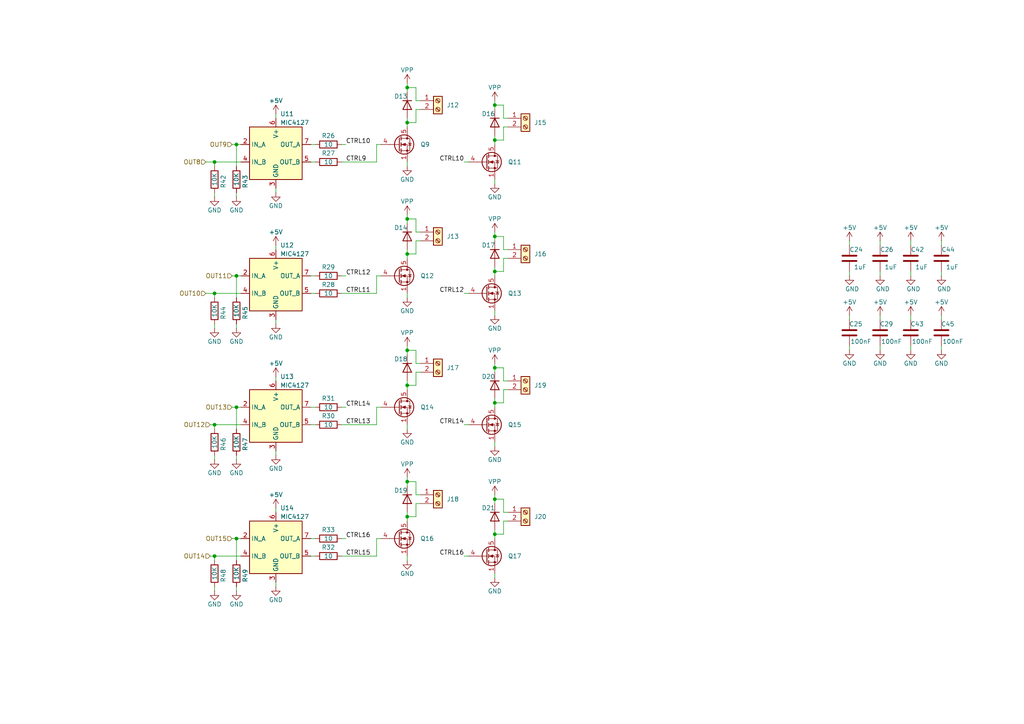
<source format=kicad_sch>
(kicad_sch (version 20231120) (generator "eeschema") (generator_version "8.0")
  (paper "A4")
  (title_block (title "harp.device.valve-controller") (date "2023-09-01") (rev "0.1") (company "The Allen Institute"))
  (lib_symbols
    (symbol "+5V_2" (power) (pin_numbers hide) (pin_names (offset 0) hide)
      (property "Value" "+5V" (at 0 3.556 0))
      (symbol "+5V_2_1_1"
        (pin power_in line (at 0 0 90) (length 0) (name "~") (number "1"))
      )
    )
    (symbol "Connector:Screw_Terminal_01x02" (pin_names (offset 1.016) hide)
      (property "Reference" "J" (at 0 2.54 0))
      (property "Value" "Screw_Terminal_01x02" (at 0 -5.08 0))
      (symbol "Screw_Terminal_01x02_1_1"
        (pin passive line (at -5.08 0 0) (length 3.81) (name "Pin_1") (number "1"))
        (pin passive line (at -5.08 -2.54 0) (length 3.81) (name "Pin_2") (number "2"))
      )
    )
    (symbol "Device:C" (pin_numbers hide) (pin_names (offset 0.254))
      (property "Reference" "C" (at 0.635 2.54 0))
      (property "Value" "C" (at 0.635 -2.54 0))
      (symbol "C_1_1"
        (pin passive line (at 0 3.81 270) (length 2.794) (name "~") (number "1"))
        (pin passive line (at 0 -3.81 90) (length 2.794) (name "~") (number "2"))
      )
    )
    (symbol "Device:D" (pin_numbers hide) (pin_names (offset 1.016) hide)
      (property "Reference" "D" (at 0 2.54 0))
      (property "Value" "D" (at 0 -2.54 0))
      (symbol "D_1_1"
        (pin passive line (at -3.81 0 0) (length 2.54) (name "K") (number "1"))
        (pin passive line (at 3.81 0 180) (length 2.54) (name "A") (number "2"))
      )
    )
    (symbol "Device:R" (pin_numbers hide) (pin_names (offset 0))
      (property "Reference" "R" (at 2.032 0 90))
      (property "Value" "R" (at 0 0 90))
      (symbol "R_1_1"
        (pin passive line (at 0 3.81 270) (length 1.27) (name "~") (number "1"))
        (pin passive line (at 0 -3.81 90) (length 1.27) (name "~") (number "2"))
      )
    )
    (symbol "Transistor_FET:CSD17570Q5B" (pin_names hide)
      (property "Reference" "Q" (at 5.08 1.905 0))
      (property "Value" "CSD17570Q5B" (at 5.08 0 0))
      (symbol "CSD17570Q5B_1_1"
        (pin passive line (at 2.54 -5.08 90) (length 2.54) (name "S") (number "1"))
        (pin passive line (at 2.54 -5.08 90) (length 2.54) hide (name "S") (number "2"))
        (pin passive line (at 2.54 -5.08 90) (length 2.54) hide (name "S") (number "3"))
        (pin passive line (at -5.08 0 0) (length 2.54) (name "G") (number "4"))
        (pin passive line (at 2.54 5.08 270) (length 2.54) (name "D") (number "5"))
      )
    )
    (symbol "kicad-lib:MIC4127"
      (property "Reference" "U" (at -7.62 8.89 0))
      (property "Value" "MIC4127" (at 1.27 8.89 0))
      (symbol "MIC4127_1_1"
        (pin no_connect line (at -7.62 0 0) (length 2.54) hide (name "NC") (number "1"))
        (pin input line (at -10.16 2.54 0) (length 2.54) (name "IN_A") (number "2"))
        (pin power_in line (at 0 -10.16 90) (length 2.54) (name "GND") (number "3"))
        (pin input line (at -10.16 -2.54 0) (length 2.54) (name "IN_B") (number "4"))
        (pin output line (at 10.16 -2.54 180) (length 2.54) (name "OUT_B") (number "5"))
        (pin power_in line (at 0 10.16 270) (length 2.54) (name "V+") (number "6"))
        (pin output line (at 10.16 2.54 180) (length 2.54) (name "OUT_A") (number "7"))
        (pin no_connect line (at 7.62 0 180) (length 2.54) hide (name "NC") (number "8"))
        (pin power_in line (at 0 -10.16 90) (length 2.54) hide (name "GND") (number "9"))
      )
    )
    (symbol "power:GND" (power) (pin_numbers hide) (pin_names (offset 0) hide)
      (property "Value" "GND" (at 0 -3.81 0))
      (symbol "GND_1_1"
        (pin power_in line (at 0 0 270) (length 0) (name "~") (number "1"))
      )
    )
    (symbol "power:VPP" (power) (pin_numbers hide) (pin_names (offset 0) hide)
      (property "Value" "VPP" (at 0 3.556 0))
      (symbol "VPP_1_1"
        (pin power_in line (at 0 0 90) (length 0) (name "~") (number "1"))
      )
    )
  )
  (junction (at 143.51 30.48))
  (junction (at 118.11 111.76))
  (junction (at 62.23 123.19))
  (junction (at 62.23 161.29))
  (junction (at 143.51 154.94))
  (junction (at 68.58 118.11))
  (junction (at 62.23 46.99))
  (junction (at 143.51 40.64))
  (junction (at 118.11 139.7))
  (junction (at 118.11 101.6))
  (junction (at 118.11 25.4))
  (junction (at 62.23 85.09))
  (junction (at 118.11 149.86))
  (junction (at 118.11 73.66))
  (junction (at 68.58 156.21))
  (junction (at 143.51 78.74))
  (junction (at 118.11 63.5))
  (junction (at 143.51 68.58))
  (junction (at 143.51 106.68))
  (junction (at 143.51 144.78))
  (junction (at 68.58 80.01))
  (junction (at 68.58 41.91))
  (junction (at 143.51 116.84))
  (junction (at 118.11 35.56))
  (wire (pts (xy 146.05 74.93) (xy 146.05 78.74)))
  (wire (pts (xy 146.05 144.78) (xy 143.51 144.78)))
  (wire (pts (xy 143.51 166.37) (xy 143.51 167.64)))
  (wire (pts (xy 264.16 78.74) (xy 264.16 80.01)))
  (wire (pts (xy 99.06 118.11) (xy 100.33 118.11)))
  (wire (pts (xy 90.17 161.29) (xy 91.44 161.29)))
  (wire (pts (xy 109.22 156.21) (xy 110.49 156.21)))
  (wire (pts (xy 121.92 29.21) (xy 120.65 29.21)))
  (wire (pts (xy 255.27 78.74) (xy 255.27 80.01)))
  (wire (pts (xy 67.31 80.01) (xy 68.58 80.01)))
  (wire (pts (xy 62.23 85.09) (xy 62.23 86.36)))
  (wire (pts (xy 143.51 153.67) (xy 143.51 154.94)))
  (wire (pts (xy 99.06 156.21) (xy 100.33 156.21)))
  (wire (pts (xy 121.92 143.51) (xy 120.65 143.51)))
  (wire (pts (xy 68.58 156.21) (xy 69.85 156.21)))
  (wire (pts (xy 120.65 25.4) (xy 118.11 25.4)))
  (wire (pts (xy 246.38 69.85) (xy 246.38 71.12)))
  (wire (pts (xy 62.23 161.29) (xy 69.85 161.29)))
  (wire (pts (xy 80.01 54.61) (xy 80.01 55.88)))
  (wire (pts (xy 146.05 113.03) (xy 146.05 116.84)))
  (wire (pts (xy 68.58 93.98) (xy 68.58 95.25)))
  (wire (pts (xy 118.11 46.99) (xy 118.11 48.26)))
  (wire (pts (xy 146.05 68.58) (xy 143.51 68.58)))
  (wire (pts (xy 109.22 123.19) (xy 109.22 118.11)))
  (wire (pts (xy 246.38 100.33) (xy 246.38 101.6)))
  (wire (pts (xy 143.51 154.94) (xy 143.51 156.21)))
  (wire (pts (xy 273.05 69.85) (xy 273.05 71.12)))
  (wire (pts (xy 118.11 62.23) (xy 118.11 63.5)))
  (wire (pts (xy 146.05 154.94) (xy 143.51 154.94)))
  (wire (pts (xy 118.11 161.29) (xy 118.11 162.56)))
  (wire (pts (xy 62.23 85.09) (xy 69.85 85.09)))
  (wire (pts (xy 120.65 69.85) (xy 120.65 73.66)))
  (wire (pts (xy 120.65 146.05) (xy 120.65 149.86)))
  (wire (pts (xy 146.05 116.84) (xy 143.51 116.84)))
  (wire (pts (xy 143.51 128.27) (xy 143.51 129.54)))
  (wire (pts (xy 99.06 123.19) (xy 109.22 123.19)))
  (wire (pts (xy 121.92 105.41) (xy 120.65 105.41)))
  (wire (pts (xy 121.92 67.31) (xy 120.65 67.31)))
  (wire (pts (xy 90.17 41.91) (xy 91.44 41.91)))
  (wire (pts (xy 143.51 143.51) (xy 143.51 144.78)))
  (wire (pts (xy 147.32 72.39) (xy 146.05 72.39)))
  (wire (pts (xy 118.11 100.33) (xy 118.11 101.6)))
  (wire (pts (xy 62.23 46.99) (xy 69.85 46.99)))
  (wire (pts (xy 146.05 72.39) (xy 146.05 68.58)))
  (wire (pts (xy 143.51 116.84) (xy 143.51 118.11)))
  (wire (pts (xy 99.06 80.01) (xy 100.33 80.01)))
  (wire (pts (xy 67.31 156.21) (xy 68.58 156.21)))
  (wire (pts (xy 134.62 46.99) (xy 135.89 46.99)))
  (wire (pts (xy 80.01 168.91) (xy 80.01 170.18)))
  (wire (pts (xy 120.65 73.66) (xy 118.11 73.66)))
  (wire (pts (xy 143.51 67.31) (xy 143.51 68.58)))
  (wire (pts (xy 80.01 33.02) (xy 80.01 34.29)))
  (wire (pts (xy 118.11 35.56) (xy 118.11 36.83)))
  (wire (pts (xy 68.58 41.91) (xy 69.85 41.91)))
  (wire (pts (xy 143.51 115.57) (xy 143.51 116.84)))
  (wire (pts (xy 120.65 35.56) (xy 118.11 35.56)))
  (wire (pts (xy 80.01 130.81) (xy 80.01 132.08)))
  (wire (pts (xy 147.32 113.03) (xy 146.05 113.03)))
  (wire (pts (xy 68.58 156.21) (xy 68.58 162.56)))
  (wire (pts (xy 118.11 138.43) (xy 118.11 139.7)))
  (wire (pts (xy 246.38 78.74) (xy 246.38 80.01)))
  (wire (pts (xy 90.17 46.99) (xy 91.44 46.99)))
  (wire (pts (xy 118.11 73.66) (xy 118.11 74.93)))
  (wire (pts (xy 143.51 68.58) (xy 143.51 69.85)))
  (wire (pts (xy 118.11 24.13) (xy 118.11 25.4)))
  (wire (pts (xy 118.11 139.7) (xy 118.11 140.97)))
  (wire (pts (xy 62.23 132.08) (xy 62.23 133.35)))
  (wire (pts (xy 68.58 80.01) (xy 69.85 80.01)))
  (wire (pts (xy 120.65 111.76) (xy 118.11 111.76)))
  (wire (pts (xy 59.69 85.09) (xy 62.23 85.09)))
  (wire (pts (xy 67.31 41.91) (xy 68.58 41.91)))
  (wire (pts (xy 68.58 118.11) (xy 68.58 124.46)))
  (wire (pts (xy 118.11 72.39) (xy 118.11 73.66)))
  (wire (pts (xy 120.65 143.51) (xy 120.65 139.7)))
  (wire (pts (xy 68.58 41.91) (xy 68.58 48.26)))
  (wire (pts (xy 147.32 110.49) (xy 146.05 110.49)))
  (wire (pts (xy 80.01 147.32) (xy 80.01 148.59)))
  (wire (pts (xy 99.06 46.99) (xy 109.22 46.99)))
  (wire (pts (xy 109.22 80.01) (xy 110.49 80.01)))
  (wire (pts (xy 121.92 107.95) (xy 120.65 107.95)))
  (wire (pts (xy 121.92 146.05) (xy 120.65 146.05)))
  (wire (pts (xy 109.22 118.11) (xy 110.49 118.11)))
  (wire (pts (xy 118.11 25.4) (xy 118.11 26.67)))
  (wire (pts (xy 120.65 31.75) (xy 120.65 35.56)))
  (wire (pts (xy 134.62 161.29) (xy 135.89 161.29)))
  (wire (pts (xy 118.11 85.09) (xy 118.11 86.36)))
  (wire (pts (xy 62.23 55.88) (xy 62.23 57.15)))
  (wire (pts (xy 90.17 85.09) (xy 91.44 85.09)))
  (wire (pts (xy 90.17 118.11) (xy 91.44 118.11)))
  (wire (pts (xy 118.11 148.59) (xy 118.11 149.86)))
  (wire (pts (xy 120.65 63.5) (xy 118.11 63.5)))
  (wire (pts (xy 273.05 78.74) (xy 273.05 80.01)))
  (wire (pts (xy 246.38 91.44) (xy 246.38 92.71)))
  (wire (pts (xy 143.51 29.21) (xy 143.51 30.48)))
  (wire (pts (xy 120.65 105.41) (xy 120.65 101.6)))
  (wire (pts (xy 118.11 101.6) (xy 118.11 102.87)))
  (wire (pts (xy 68.58 170.18) (xy 68.58 171.45)))
  (wire (pts (xy 62.23 93.98) (xy 62.23 95.25)))
  (wire (pts (xy 147.32 151.13) (xy 146.05 151.13)))
  (wire (pts (xy 255.27 69.85) (xy 255.27 71.12)))
  (wire (pts (xy 118.11 34.29) (xy 118.11 35.56)))
  (wire (pts (xy 99.06 161.29) (xy 109.22 161.29)))
  (wire (pts (xy 134.62 85.09) (xy 135.89 85.09)))
  (wire (pts (xy 118.11 63.5) (xy 118.11 64.77)))
  (wire (pts (xy 109.22 46.99) (xy 109.22 41.91)))
  (wire (pts (xy 68.58 132.08) (xy 68.58 133.35)))
  (wire (pts (xy 264.16 91.44) (xy 264.16 92.71)))
  (wire (pts (xy 59.69 46.99) (xy 62.23 46.99)))
  (wire (pts (xy 68.58 80.01) (xy 68.58 86.36)))
  (wire (pts (xy 68.58 118.11) (xy 69.85 118.11)))
  (wire (pts (xy 90.17 156.21) (xy 91.44 156.21)))
  (wire (pts (xy 80.01 109.22) (xy 80.01 110.49)))
  (wire (pts (xy 146.05 78.74) (xy 143.51 78.74)))
  (wire (pts (xy 80.01 92.71) (xy 80.01 93.98)))
  (wire (pts (xy 118.11 149.86) (xy 118.11 151.13)))
  (wire (pts (xy 143.51 106.68) (xy 143.51 107.95)))
  (wire (pts (xy 118.11 123.19) (xy 118.11 124.46)))
  (wire (pts (xy 146.05 30.48) (xy 143.51 30.48)))
  (wire (pts (xy 68.58 55.88) (xy 68.58 57.15)))
  (wire (pts (xy 120.65 29.21) (xy 120.65 25.4)))
  (wire (pts (xy 99.06 85.09) (xy 109.22 85.09)))
  (wire (pts (xy 146.05 34.29) (xy 146.05 30.48)))
  (wire (pts (xy 118.11 111.76) (xy 118.11 113.03)))
  (wire (pts (xy 90.17 123.19) (xy 91.44 123.19)))
  (wire (pts (xy 273.05 100.33) (xy 273.05 101.6)))
  (wire (pts (xy 143.51 39.37) (xy 143.51 40.64)))
  (wire (pts (xy 147.32 36.83) (xy 146.05 36.83)))
  (wire (pts (xy 146.05 106.68) (xy 143.51 106.68)))
  (wire (pts (xy 143.51 105.41) (xy 143.51 106.68)))
  (wire (pts (xy 146.05 40.64) (xy 143.51 40.64)))
  (wire (pts (xy 90.17 80.01) (xy 91.44 80.01)))
  (wire (pts (xy 80.01 71.12) (xy 80.01 72.39)))
  (wire (pts (xy 120.65 149.86) (xy 118.11 149.86)))
  (wire (pts (xy 62.23 170.18) (xy 62.23 171.45)))
  (wire (pts (xy 121.92 31.75) (xy 120.65 31.75)))
  (wire (pts (xy 62.23 46.99) (xy 62.23 48.26)))
  (wire (pts (xy 146.05 148.59) (xy 146.05 144.78)))
  (wire (pts (xy 62.23 123.19) (xy 62.23 124.46)))
  (wire (pts (xy 147.32 148.59) (xy 146.05 148.59)))
  (wire (pts (xy 120.65 139.7) (xy 118.11 139.7)))
  (wire (pts (xy 143.51 78.74) (xy 143.51 80.01)))
  (wire (pts (xy 109.22 161.29) (xy 109.22 156.21)))
  (wire (pts (xy 143.51 52.07) (xy 143.51 53.34)))
  (wire (pts (xy 143.51 40.64) (xy 143.51 41.91)))
  (wire (pts (xy 134.62 123.19) (xy 135.89 123.19)))
  (wire (pts (xy 255.27 100.33) (xy 255.27 101.6)))
  (wire (pts (xy 99.06 41.91) (xy 100.33 41.91)))
  (wire (pts (xy 143.51 144.78) (xy 143.51 146.05)))
  (wire (pts (xy 273.05 91.44) (xy 273.05 92.71)))
  (wire (pts (xy 62.23 123.19) (xy 69.85 123.19)))
  (wire (pts (xy 109.22 41.91) (xy 110.49 41.91)))
  (wire (pts (xy 120.65 107.95) (xy 120.65 111.76)))
  (wire (pts (xy 147.32 34.29) (xy 146.05 34.29)))
  (wire (pts (xy 60.96 123.19) (xy 62.23 123.19)))
  (wire (pts (xy 67.31 118.11) (xy 68.58 118.11)))
  (wire (pts (xy 143.51 90.17) (xy 143.51 91.44)))
  (wire (pts (xy 120.65 101.6) (xy 118.11 101.6)))
  (wire (pts (xy 118.11 110.49) (xy 118.11 111.76)))
  (wire (pts (xy 143.51 30.48) (xy 143.51 31.75)))
  (wire (pts (xy 109.22 85.09) (xy 109.22 80.01)))
  (wire (pts (xy 62.23 161.29) (xy 62.23 162.56)))
  (wire (pts (xy 121.92 69.85) (xy 120.65 69.85)))
  (wire (pts (xy 60.96 161.29) (xy 62.23 161.29)))
  (wire (pts (xy 147.32 74.93) (xy 146.05 74.93)))
  (wire (pts (xy 255.27 91.44) (xy 255.27 92.71)))
  (wire (pts (xy 264.16 100.33) (xy 264.16 101.6)))
  (wire (pts (xy 146.05 151.13) (xy 146.05 154.94)))
  (wire (pts (xy 146.05 110.49) (xy 146.05 106.68)))
  (wire (pts (xy 264.16 69.85) (xy 264.16 71.12)))
  (wire (pts (xy 120.65 67.31) (xy 120.65 63.5)))
  (wire (pts (xy 146.05 36.83) (xy 146.05 40.64)))
  (wire (pts (xy 143.51 77.47) (xy 143.51 78.74)))
  (label "CTRL12" (at 100.33 80.01 0))
  (label "CTRL9" (at 100.33 46.99 0))
  (label "CTRL15" (at 100.33 161.29 0))
  (label "CTRL10" (at 100.33 41.91 0))
  (label "CTRL16" (at 134.62 161.29 180))
  (label "CTRL14" (at 100.33 118.11 0))
  (label "CTRL14" (at 134.62 123.19 180))
  (label "CTRL12" (at 134.62 85.09 180))
  (label "CTRL11" (at 100.33 85.09 0))
  (label "CTRL16" (at 100.33 156.21 0))
  (label "CTRL10" (at 134.62 46.99 180))
  (label "CTRL13" (at 100.33 123.19 0))
  (hierarchical_label "OUT12" (shape input) (at 60.96 123.19 180))
  (hierarchical_label "OUT8" (shape input) (at 59.69 46.99 180))
  (hierarchical_label "OUT14" (shape input) (at 60.96 161.29 180))
  (hierarchical_label "OUT11" (shape input) (at 67.31 80.01 180))
  (hierarchical_label "OUT13" (shape input) (at 67.31 118.11 180))
  (hierarchical_label "OUT9" (shape input) (at 67.31 41.91 180))
  (hierarchical_label "OUT15" (shape input) (at 67.31 156.21 180))
  (hierarchical_label "OUT10" (shape input) (at 59.69 85.09 180))
  (symbol (lib_name "+5V_2") (lib_id "power:+5V") (at 80.01 147.32 0) (unit 1)
    (property "Reference" "#PWR0112" (effects (hide yes)))
    (property "Value" "+5V" (at 80.01 143.51 0))
    (property "Description" "Power symbol creates a global label with name \"+5V\"" (effects (hide yes)))
  )
  (symbol (lib_id "kicad-lib:MIC4127") (at 80.01 158.75 0) (unit 1)
    (property "Reference" "U14" (at 81.28 147.32 0) (effects (justify left)))
    (property "Value" "MIC4127" (at 81.28 149.86 0) (effects (justify left)))
    (property "Footprint" "Package_SO:MSOP-8-1EP_3x3mm_P0.65mm_EP1.5x1.8mm" (effects (hide yes)))
    (property "Datasheet" "https://ww1.microchip.com/downloads/aemDocuments/documents/OTH/ProductDocuments/DataSheets/MIC4126-27-28-Data-Sheet-20006084A.pdf" (effects (hide yes)))
    (property "Description" "Dual 1.5A-Peak Low-Side MOSFET Driver, ML-8/SOIC-8/MSOP-8" (effects (hide yes)))
    (property "Manufacturer Number" "MIC4127YMME" (effects (hide yes)))
    (property "Link" "https://www.digikey.com/en/products/detail/microchip-technology/MIC4127YMME/1029805" (effects (hide yes)))
  )
  (symbol (lib_id "power:GND") (at 118.11 162.56 0) (unit 1)
    (property "Reference" "#PWR0123" (effects (hide yes)))
    (property "Value" "GND" (at 118.11 166.37 0))
    (property "Description" "Power symbol creates a global label with name \"GND\" , ground" (effects (hide yes)))
  )
  (symbol (lib_id "Device:C") (at 273.05 96.52 180) (unit 1)
    (property "Reference" "C45" (at 276.86 93.98 0) (effects (justify left)))
    (property "Value" "100nF" (at 279.4 99.06 0) (effects (justify left)))
    (property "Footprint" "Capacitor_SMD:C_0402_1005Metric" (effects (hide yes)))
    (property "Datasheet" "http://www.passivecomponent.com/wp-content/uploads/datasheet/WTC_MLCC_General_Purpose.pdf" (effects (hide yes)))
    (property "Link" "https://www.digikey.com/en/products/detail/walsin-technology-corporation/0402B104K160CT/6707534" (effects (hide yes)))
    (property "Manufacturer" "Walson Technology Corporation" (effects (hide yes)))
    (property "Manufacturer Number" "0402B104K160CT" (effects (hide yes)))
    (property "Rated Voltage" "16V" (effects (hide yes)))
    (property "Temperature Coefficient" "X7R" (effects (hide yes)))
    (property "Tolerance" "10%" (effects (hide yes)))
    (property "PCBWay Link" "https://www.pcbway.com/components/detail/0402B104K160CT/307171/" (effects (hide yes)))
  )
  (symbol (lib_id "Device:R") (at 62.23 90.17 0) (unit 1)
    (property "Reference" "R44" (at 64.77 92.71 90) (effects (justify left)))
    (property "Value" "10K" (at 62.23 92.075 90) (effects (justify left)))
    (property "Footprint" "Resistor_SMD:R_0402_1005Metric" (effects (hide yes)))
    (property "Datasheet" "https://www.seielect.com/catalog/sei-rncf.pdf" (effects (hide yes)))
    (property "Manufacturer" "Stackpole Electronics Inc" (effects (hide yes)))
    (property "Manufacturer Number" "RNCF0402BTE10K0" (effects (hide yes)))
    (property "Link" "https://www.digikey.com/en/products/detail/stackpole-electronics-inc/RNCF0402BTE10K0/1710765" (effects (hide yes)))
  )
  (symbol (lib_id "power:VPP") (at 143.51 105.41 0) (unit 1)
    (property "Reference" "#PWR0135" (effects (hide yes)))
    (property "Value" "VPP" (at 143.51 101.6 0))
    (property "Description" "Power symbol creates a global label with name \"VPP\"" (effects (hide yes)))
  )
  (symbol (lib_id "Transistor_FET:CSD17570Q5B") (at 140.97 161.29 0) (unit 1)
    (property "Reference" "Q17" (at 147.32 161.2899 0) (effects (justify left)))
    (property "Value" "CSD17570Q5B" (effects (hide yes)))
    (property "Footprint" "Package_TO_SOT_SMD:TDSON-8-1" (effects (hide yes)))
    (property "Datasheet" "http://www.ti.com/lit/gpn/csd17570q5b" (effects (hide yes)))
    (property "Description" "100A Id, 30V Vds, NexFET N-Channel Power MOSFET, 0.69mOhm Ron, 93nC Qg(typ), SON8 5x6mm" (effects (hide yes)))
  )
  (symbol (lib_name "+5V_2") (lib_id "power:+5V") (at 273.05 91.44 0) (unit 1)
    (property "Reference" "#PWR0104" (effects (hide yes)))
    (property "Value" "+5V" (at 273.05 87.63 0))
    (property "Description" "Power symbol creates a global label with name \"+5V\"" (effects (hide yes)))
  )
  (symbol (lib_id "power:GND") (at 255.27 80.01 0) (unit 1)
    (property "Reference" "#PWR088" (effects (hide yes)))
    (property "Value" "GND" (at 254 83.82 0) (effects (justify left)))
  )
  (symbol (lib_id "Device:D") (at 143.51 149.86 270) (unit 1)
    (property "Reference" "D21" (at 139.7 147.32 90) (effects (justify left)))
    (property "Value" "1N4007FL" (effects (hide yes)))
    (property "Footprint" "Diode_SMD:D_SOD-123F" (effects (hide yes)))
    (property "Datasheet" "https://www.smc-diodes.com/propdf/1N4001FL-1N4007FL%20N1646%20REV.A.pdf" (effects (hide yes)))
    (property "Link" "https://www.digikey.com/en/products/detail/smc-diode-solutions/1N4007FL/11657817" (effects (hide yes)))
    (property "Manufacturer Number" "1N4007FL" (effects (hide yes)))
    (property "Manufacturer" "SMC Diode Solutions" (effects (hide yes)))
  )
  (symbol (lib_id "power:GND") (at 62.23 133.35 0) (unit 1)
    (property "Reference" "#PWR0156" (effects (hide yes)))
    (property "Value" "GND" (at 62.23 137.16 0))
    (property "Description" "Power symbol creates a global label with name \"GND\" , ground" (effects (hide yes)))
  )
  (symbol (lib_id "Transistor_FET:CSD17570Q5B") (at 115.57 118.11 0) (unit 1)
    (property "Reference" "Q14" (at 121.92 118.1099 0) (effects (justify left)))
    (property "Value" "CSD17570Q5B" (effects (hide yes)))
    (property "Footprint" "Package_TO_SOT_SMD:TDSON-8-1" (effects (hide yes)))
    (property "Datasheet" "http://www.ti.com/lit/gpn/csd17570q5b" (effects (hide yes)))
    (property "Description" "100A Id, 30V Vds, NexFET N-Channel Power MOSFET, 0.69mOhm Ron, 93nC Qg(typ), SON8 5x6mm" (effects (hide yes)))
  )
  (symbol (lib_id "Device:R") (at 95.25 161.29 90) (unit 1)
    (property "Reference" "R32" (at 95.25 158.75 90))
    (property "Value" "10" (at 95.25 161.29 90))
    (property "Footprint" "Resistor_SMD:R_0603_1608Metric" (effects (hide yes)))
    (property "Description" "Resistor" (effects (hide yes)))
  )
  (symbol (lib_id "power:GND") (at 68.58 95.25 0) (unit 1)
    (property "Reference" "#PWR0155" (effects (hide yes)))
    (property "Value" "GND" (at 68.58 99.06 0))
    (property "Description" "Power symbol creates a global label with name \"GND\" , ground" (effects (hide yes)))
  )
  (symbol (lib_id "Device:R") (at 95.25 85.09 90) (unit 1)
    (property "Reference" "R28" (at 95.25 82.55 90))
    (property "Value" "10" (at 95.25 85.09 90))
    (property "Footprint" "Resistor_SMD:R_0603_1608Metric" (effects (hide yes)))
    (property "Description" "Resistor" (effects (hide yes)))
  )
  (symbol (lib_id "power:VPP") (at 143.51 29.21 0) (unit 1)
    (property "Reference" "#PWR0133" (effects (hide yes)))
    (property "Value" "VPP" (at 143.51 25.4 0))
    (property "Description" "Power symbol creates a global label with name \"VPP\"" (effects (hide yes)))
  )
  (symbol (lib_id "Device:C") (at 246.38 74.93 0) (unit 1)
    (property "Reference" "C24" (at 246.38 72.39 0) (effects (justify left)))
    (property "Value" "1uF" (at 247.65 77.47 0) (effects (justify left)))
    (property "Footprint" "Capacitor_SMD:C_0402_1005Metric" (effects (hide yes)))
    (property "Datasheet" "https://search.murata.co.jp/Ceramy/image/img/A01X/G101/ENG/GRM155R6YA105KE11-01.pdf" (effects (hide yes)))
    (property "Notes" "must not be polarized" (effects (hide yes)))
    (property "Link" "https://www.digikey.com/en/products/detail/murata-electronics/GRM155R6YA105KE11J/4905163" (effects (hide yes)))
    (property "Manufacturer Number" "GRM155R6YA105KE11J" (effects (hide yes)))
    (property "Manufacturer" "Murata Electronics" (effects (hide yes)))
    (property "Rated Voltage" "35V" (effects (hide yes)))
    (property "Temperature Coefficient" "X5R" (effects (hide yes)))
  )
  (symbol (lib_id "Connector:Screw_Terminal_01x02") (at 127 67.31 0) (unit 1)
    (property "Reference" "J13" (at 129.54 68.5799 0) (effects (justify left)))
    (property "Value" "Screw_Terminal_01x02" (effects (hide yes)))
    (property "Footprint" "Connector_Phoenix_MC:PhoenixContact_MC_1,5_2-G-3.5_1x02_P3.50mm_Horizontal" (effects (hide yes)))
    (property "Description" "Generic screw terminal, single row, 01x02, script generated (kicad-library-utils/schlib/autogen/connector/)" (effects (hide yes)))
  )
  (symbol (lib_id "power:GND") (at 246.38 80.01 0) (unit 1)
    (property "Reference" "#PWR082" (effects (hide yes)))
    (property "Value" "GND" (at 245.11 83.82 0) (effects (justify left)))
  )
  (symbol (lib_id "power:GND") (at 62.23 171.45 0) (unit 1)
    (property "Reference" "#PWR0158" (effects (hide yes)))
    (property "Value" "GND" (at 62.23 175.26 0))
    (property "Description" "Power symbol creates a global label with name \"GND\" , ground" (effects (hide yes)))
  )
  (symbol (lib_id "kicad-lib:MIC4127") (at 80.01 82.55 0) (unit 1)
    (property "Reference" "U12" (at 81.28 71.12 0) (effects (justify left)))
    (property "Value" "MIC4127" (at 81.28 73.66 0) (effects (justify left)))
    (property "Footprint" "Package_SO:MSOP-8-1EP_3x3mm_P0.65mm_EP1.5x1.8mm" (effects (hide yes)))
    (property "Datasheet" "https://ww1.microchip.com/downloads/aemDocuments/documents/OTH/ProductDocuments/DataSheets/MIC4126-27-28-Data-Sheet-20006084A.pdf" (effects (hide yes)))
    (property "Description" "Dual 1.5A-Peak Low-Side MOSFET Driver, ML-8/SOIC-8/MSOP-8" (effects (hide yes)))
    (property "Manufacturer Number" "MIC4127YMME" (effects (hide yes)))
    (property "Link" "https://www.digikey.com/en/products/detail/microchip-technology/MIC4127YMME/1029805" (effects (hide yes)))
  )
  (symbol (lib_id "power:VPP") (at 118.11 62.23 0) (unit 1)
    (property "Reference" "#PWR0120" (effects (hide yes)))
    (property "Value" "VPP" (at 118.11 58.42 0))
    (property "Description" "Power symbol creates a global label with name \"VPP\"" (effects (hide yes)))
  )
  (symbol (lib_id "Device:R") (at 95.25 118.11 90) (unit 1)
    (property "Reference" "R31" (at 95.25 115.57 90))
    (property "Value" "10" (at 95.25 118.11 90))
    (property "Footprint" "Resistor_SMD:R_0603_1608Metric" (effects (hide yes)))
    (property "Description" "Resistor" (effects (hide yes)))
  )
  (symbol (lib_id "Device:R") (at 68.58 52.07 0) (unit 1)
    (property "Reference" "R43" (at 71.12 54.61 90) (effects (justify left)))
    (property "Value" "10K" (at 68.58 53.975 90) (effects (justify left)))
    (property "Footprint" "Resistor_SMD:R_0402_1005Metric" (effects (hide yes)))
    (property "Datasheet" "https://www.seielect.com/catalog/sei-rncf.pdf" (effects (hide yes)))
    (property "Manufacturer" "Stackpole Electronics Inc" (effects (hide yes)))
    (property "Manufacturer Number" "RNCF0402BTE10K0" (effects (hide yes)))
    (property "Link" "https://www.digikey.com/en/products/detail/stackpole-electronics-inc/RNCF0402BTE10K0/1710765" (effects (hide yes)))
  )
  (symbol (lib_id "Device:R") (at 95.25 80.01 90) (unit 1)
    (property "Reference" "R29" (at 95.25 77.47 90))
    (property "Value" "10" (at 95.25 80.01 90))
    (property "Footprint" "Resistor_SMD:R_0603_1608Metric" (effects (hide yes)))
    (property "Description" "Resistor" (effects (hide yes)))
  )
  (symbol (lib_id "Transistor_FET:CSD17570Q5B") (at 115.57 156.21 0) (unit 1)
    (property "Reference" "Q16" (at 121.92 156.2099 0) (effects (justify left)))
    (property "Value" "CSD17570Q5B" (effects (hide yes)))
    (property "Footprint" "Package_TO_SOT_SMD:TDSON-8-1" (effects (hide yes)))
    (property "Datasheet" "http://www.ti.com/lit/gpn/csd17570q5b" (effects (hide yes)))
    (property "Description" "100A Id, 30V Vds, NexFET N-Channel Power MOSFET, 0.69mOhm Ron, 93nC Qg(typ), SON8 5x6mm" (effects (hide yes)))
  )
  (symbol (lib_id "Device:D") (at 143.51 35.56 270) (unit 1)
    (property "Reference" "D16" (at 139.7 33.02 90) (effects (justify left)))
    (property "Value" "1N4007FL" (effects (hide yes)))
    (property "Footprint" "Diode_SMD:D_SOD-123F" (effects (hide yes)))
    (property "Datasheet" "https://www.smc-diodes.com/propdf/1N4001FL-1N4007FL%20N1646%20REV.A.pdf" (effects (hide yes)))
    (property "Link" "https://www.digikey.com/en/products/detail/smc-diode-solutions/1N4007FL/11657817" (effects (hide yes)))
    (property "Manufacturer Number" "1N4007FL" (effects (hide yes)))
    (property "Manufacturer" "SMC Diode Solutions" (effects (hide yes)))
  )
  (symbol (lib_id "Connector:Screw_Terminal_01x02") (at 152.4 148.59 0) (unit 1)
    (property "Reference" "J20" (at 154.94 149.8599 0) (effects (justify left)))
    (property "Value" "Screw_Terminal_01x02" (effects (hide yes)))
    (property "Footprint" "Connector_Phoenix_MC:PhoenixContact_MC_1,5_2-G-3.5_1x02_P3.50mm_Horizontal" (effects (hide yes)))
    (property "Description" "Generic screw terminal, single row, 01x02, script generated (kicad-library-utils/schlib/autogen/connector/)" (effects (hide yes)))
  )
  (symbol (lib_id "Device:C") (at 264.16 74.93 0) (unit 1)
    (property "Reference" "C42" (at 264.16 72.39 0) (effects (justify left)))
    (property "Value" "1uF" (at 265.43 77.47 0) (effects (justify left)))
    (property "Footprint" "Capacitor_SMD:C_0402_1005Metric" (effects (hide yes)))
    (property "Datasheet" "https://search.murata.co.jp/Ceramy/image/img/A01X/G101/ENG/GRM155R6YA105KE11-01.pdf" (effects (hide yes)))
    (property "Notes" "must not be polarized" (effects (hide yes)))
    (property "Link" "https://www.digikey.com/en/products/detail/murata-electronics/GRM155R6YA105KE11J/4905163" (effects (hide yes)))
    (property "Manufacturer Number" "GRM155R6YA105KE11J" (effects (hide yes)))
    (property "Manufacturer" "Murata Electronics" (effects (hide yes)))
    (property "Rated Voltage" "35V" (effects (hide yes)))
    (property "Temperature Coefficient" "X5R" (effects (hide yes)))
  )
  (symbol (lib_name "+5V_2") (lib_id "power:+5V") (at 255.27 69.85 0) (unit 1)
    (property "Reference" "#PWR087" (effects (hide yes)))
    (property "Value" "+5V" (at 255.27 66.04 0))
    (property "Description" "Power symbol creates a global label with name \"+5V\"" (effects (hide yes)))
  )
  (symbol (lib_id "power:GND") (at 143.51 53.34 0) (unit 1)
    (property "Reference" "#PWR0134" (effects (hide yes)))
    (property "Value" "GND" (at 143.51 57.15 0))
    (property "Description" "Power symbol creates a global label with name \"GND\" , ground" (effects (hide yes)))
  )
  (symbol (lib_id "Connector:Screw_Terminal_01x02") (at 152.4 34.29 0) (unit 1)
    (property "Reference" "J15" (at 154.94 35.5599 0) (effects (justify left)))
    (property "Value" "Screw_Terminal_01x02" (effects (hide yes)))
    (property "Footprint" "Connector_Phoenix_MC:PhoenixContact_MC_1,5_2-G-3.5_1x02_P3.50mm_Horizontal" (effects (hide yes)))
    (property "Description" "Generic screw terminal, single row, 01x02, script generated (kicad-library-utils/schlib/autogen/connector/)" (effects (hide yes)))
  )
  (symbol (lib_id "Device:R") (at 62.23 52.07 0) (unit 1)
    (property "Reference" "R42" (at 64.77 54.61 90) (effects (justify left)))
    (property "Value" "10K" (at 62.23 53.975 90) (effects (justify left)))
    (property "Footprint" "Resistor_SMD:R_0402_1005Metric" (effects (hide yes)))
    (property "Datasheet" "https://www.seielect.com/catalog/sei-rncf.pdf" (effects (hide yes)))
    (property "Manufacturer" "Stackpole Electronics Inc" (effects (hide yes)))
    (property "Manufacturer Number" "RNCF0402BTE10K0" (effects (hide yes)))
    (property "Link" "https://www.digikey.com/en/products/detail/stackpole-electronics-inc/RNCF0402BTE10K0/1710765" (effects (hide yes)))
  )
  (symbol (lib_id "Device:R") (at 95.25 46.99 90) (unit 1)
    (property "Reference" "R27" (at 95.25 44.45 90))
    (property "Value" "10" (at 95.25 46.99 90))
    (property "Footprint" "Resistor_SMD:R_0603_1608Metric" (effects (hide yes)))
    (property "Description" "Resistor" (effects (hide yes)))
  )
  (symbol (lib_name "+5V_2") (lib_id "power:+5V") (at 80.01 109.22 0) (unit 1)
    (property "Reference" "#PWR0108" (effects (hide yes)))
    (property "Value" "+5V" (at 80.01 105.41 0))
    (property "Description" "Power symbol creates a global label with name \"+5V\"" (effects (hide yes)))
  )
  (symbol (lib_id "Device:C") (at 255.27 74.93 0) (unit 1)
    (property "Reference" "C26" (at 255.27 72.39 0) (effects (justify left)))
    (property "Value" "1uF" (at 256.54 77.47 0) (effects (justify left)))
    (property "Footprint" "Capacitor_SMD:C_0402_1005Metric" (effects (hide yes)))
    (property "Datasheet" "https://search.murata.co.jp/Ceramy/image/img/A01X/G101/ENG/GRM155R6YA105KE11-01.pdf" (effects (hide yes)))
    (property "Notes" "must not be polarized" (effects (hide yes)))
    (property "Link" "https://www.digikey.com/en/products/detail/murata-electronics/GRM155R6YA105KE11J/4905163" (effects (hide yes)))
    (property "Manufacturer Number" "GRM155R6YA105KE11J" (effects (hide yes)))
    (property "Manufacturer" "Murata Electronics" (effects (hide yes)))
    (property "Rated Voltage" "35V" (effects (hide yes)))
    (property "Temperature Coefficient" "X5R" (effects (hide yes)))
  )
  (symbol (lib_name "+5V_2") (lib_id "power:+5V") (at 80.01 33.02 0) (unit 1)
    (property "Reference" "#PWR0106" (effects (hide yes)))
    (property "Value" "+5V" (at 80.01 29.21 0))
    (property "Description" "Power symbol creates a global label with name \"+5V\"" (effects (hide yes)))
  )
  (symbol (lib_id "Transistor_FET:CSD17570Q5B") (at 140.97 46.99 0) (unit 1)
    (property "Reference" "Q11" (at 147.32 46.9899 0) (effects (justify left)))
    (property "Value" "CSD17570Q5B" (effects (hide yes)))
    (property "Footprint" "Package_TO_SOT_SMD:TDSON-8-1" (effects (hide yes)))
    (property "Datasheet" "http://www.ti.com/lit/gpn/csd17570q5b" (effects (hide yes)))
    (property "Description" "100A Id, 30V Vds, NexFET N-Channel Power MOSFET, 0.69mOhm Ron, 93nC Qg(typ), SON8 5x6mm" (effects (hide yes)))
  )
  (symbol (lib_id "power:GND") (at 143.51 167.64 0) (unit 1)
    (property "Reference" "#PWR0140" (effects (hide yes)))
    (property "Value" "GND" (at 143.51 171.45 0))
    (property "Description" "Power symbol creates a global label with name \"GND\" , ground" (effects (hide yes)))
  )
  (symbol (lib_id "power:VPP") (at 118.11 138.43 0) (unit 1)
    (property "Reference" "#PWR0122" (effects (hide yes)))
    (property "Value" "VPP" (at 118.11 134.62 0))
    (property "Description" "Power symbol creates a global label with name \"VPP\"" (effects (hide yes)))
  )
  (symbol (lib_id "power:GND") (at 68.58 171.45 0) (unit 1)
    (property "Reference" "#PWR0159" (effects (hide yes)))
    (property "Value" "GND" (at 68.58 175.26 0))
    (property "Description" "Power symbol creates a global label with name \"GND\" , ground" (effects (hide yes)))
  )
  (symbol (lib_id "power:VPP") (at 118.11 100.33 0) (unit 1)
    (property "Reference" "#PWR0118" (effects (hide yes)))
    (property "Value" "VPP" (at 118.11 96.52 0))
    (property "Description" "Power symbol creates a global label with name \"VPP\"" (effects (hide yes)))
  )
  (symbol (lib_id "power:GND") (at 143.51 129.54 0) (unit 1)
    (property "Reference" "#PWR0136" (effects (hide yes)))
    (property "Value" "GND" (at 143.51 133.35 0))
    (property "Description" "Power symbol creates a global label with name \"GND\" , ground" (effects (hide yes)))
  )
  (symbol (lib_name "+5V_2") (lib_id "power:+5V") (at 264.16 91.44 0) (unit 1)
    (property "Reference" "#PWR097" (effects (hide yes)))
    (property "Value" "+5V" (at 264.16 87.63 0))
    (property "Description" "Power symbol creates a global label with name \"+5V\"" (effects (hide yes)))
  )
  (symbol (lib_id "Connector:Screw_Terminal_01x02") (at 152.4 72.39 0) (unit 1)
    (property "Reference" "J16" (at 154.94 73.6599 0) (effects (justify left)))
    (property "Value" "Screw_Terminal_01x02" (effects (hide yes)))
    (property "Footprint" "Connector_Phoenix_MC:PhoenixContact_MC_1,5_2-G-3.5_1x02_P3.50mm_Horizontal" (effects (hide yes)))
    (property "Description" "Generic screw terminal, single row, 01x02, script generated (kicad-library-utils/schlib/autogen/connector/)" (effects (hide yes)))
  )
  (symbol (lib_id "Device:D") (at 143.51 111.76 270) (unit 1)
    (property "Reference" "D20" (at 139.7 109.22 90) (effects (justify left)))
    (property "Value" "1N4007FL" (effects (hide yes)))
    (property "Footprint" "Diode_SMD:D_SOD-123F" (effects (hide yes)))
    (property "Datasheet" "https://www.smc-diodes.com/propdf/1N4001FL-1N4007FL%20N1646%20REV.A.pdf" (effects (hide yes)))
    (property "Link" "https://www.digikey.com/en/products/detail/smc-diode-solutions/1N4007FL/11657817" (effects (hide yes)))
    (property "Manufacturer Number" "1N4007FL" (effects (hide yes)))
    (property "Manufacturer" "SMC Diode Solutions" (effects (hide yes)))
  )
  (symbol (lib_name "+5V_2") (lib_id "power:+5V") (at 273.05 69.85 0) (unit 1)
    (property "Reference" "#PWR0102" (effects (hide yes)))
    (property "Value" "+5V" (at 273.05 66.04 0))
    (property "Description" "Power symbol creates a global label with name \"+5V\"" (effects (hide yes)))
  )
  (symbol (lib_id "Transistor_FET:CSD17570Q5B") (at 140.97 123.19 0) (unit 1)
    (property "Reference" "Q15" (at 147.32 123.1899 0) (effects (justify left)))
    (property "Value" "CSD17570Q5B" (effects (hide yes)))
    (property "Footprint" "Package_TO_SOT_SMD:TDSON-8-1" (effects (hide yes)))
    (property "Datasheet" "http://www.ti.com/lit/gpn/csd17570q5b" (effects (hide yes)))
    (property "Description" "100A Id, 30V Vds, NexFET N-Channel Power MOSFET, 0.69mOhm Ron, 93nC Qg(typ), SON8 5x6mm" (effects (hide yes)))
  )
  (symbol (lib_id "Transistor_FET:CSD17570Q5B") (at 140.97 85.09 0) (unit 1)
    (property "Reference" "Q13" (at 147.32 85.0899 0) (effects (justify left)))
    (property "Value" "CSD17570Q5B" (effects (hide yes)))
    (property "Footprint" "Package_TO_SOT_SMD:TDSON-8-1" (effects (hide yes)))
    (property "Datasheet" "http://www.ti.com/lit/gpn/csd17570q5b" (effects (hide yes)))
    (property "Description" "100A Id, 30V Vds, NexFET N-Channel Power MOSFET, 0.69mOhm Ron, 93nC Qg(typ), SON8 5x6mm" (effects (hide yes)))
  )
  (symbol (lib_id "Connector:Screw_Terminal_01x02") (at 127 105.41 0) (unit 1)
    (property "Reference" "J17" (at 129.54 106.6799 0) (effects (justify left)))
    (property "Value" "Screw_Terminal_01x02" (effects (hide yes)))
    (property "Footprint" "Connector_Phoenix_MC:PhoenixContact_MC_1,5_2-G-3.5_1x02_P3.50mm_Horizontal" (effects (hide yes)))
    (property "Description" "Generic screw terminal, single row, 01x02, script generated (kicad-library-utils/schlib/autogen/connector/)" (effects (hide yes)))
  )
  (symbol (lib_id "Connector:Screw_Terminal_01x02") (at 127 143.51 0) (unit 1)
    (property "Reference" "J18" (at 129.54 144.7799 0) (effects (justify left)))
    (property "Value" "Screw_Terminal_01x02" (effects (hide yes)))
    (property "Footprint" "Connector_Phoenix_MC:PhoenixContact_MC_1,5_2-G-3.5_1x02_P3.50mm_Horizontal" (effects (hide yes)))
    (property "Description" "Generic screw terminal, single row, 01x02, script generated (kicad-library-utils/schlib/autogen/connector/)" (effects (hide yes)))
  )
  (symbol (lib_id "Transistor_FET:CSD17570Q5B") (at 115.57 41.91 0) (unit 1)
    (property "Reference" "Q9" (at 121.92 41.9099 0) (effects (justify left)))
    (property "Value" "CSD17570Q5B" (effects (hide yes)))
    (property "Footprint" "Package_TO_SOT_SMD:TDSON-8-1" (effects (hide yes)))
    (property "Datasheet" "http://www.ti.com/lit/gpn/csd17570q5b" (effects (hide yes)))
    (property "Description" "100A Id, 30V Vds, NexFET N-Channel Power MOSFET, 0.69mOhm Ron, 93nC Qg(typ), SON8 5x6mm" (effects (hide yes)))
  )
  (symbol (lib_id "power:GND") (at 255.27 101.6 0) (unit 1)
    (property "Reference" "#PWR090" (effects (hide yes)))
    (property "Value" "GND" (at 255.27 105.41 0))
    (property "Description" "Power symbol creates a global label with name \"GND\" , ground" (effects (hide yes)))
  )
  (symbol (lib_id "Device:R") (at 68.58 166.37 0) (unit 1)
    (property "Reference" "R49" (at 71.12 168.91 90) (effects (justify left)))
    (property "Value" "10K" (at 68.58 168.275 90) (effects (justify left)))
    (property "Footprint" "Resistor_SMD:R_0402_1005Metric" (effects (hide yes)))
    (property "Datasheet" "https://www.seielect.com/catalog/sei-rncf.pdf" (effects (hide yes)))
    (property "Manufacturer" "Stackpole Electronics Inc" (effects (hide yes)))
    (property "Manufacturer Number" "RNCF0402BTE10K0" (effects (hide yes)))
    (property "Link" "https://www.digikey.com/en/products/detail/stackpole-electronics-inc/RNCF0402BTE10K0/1710765" (effects (hide yes)))
  )
  (symbol (lib_id "power:GND") (at 246.38 101.6 0) (unit 1)
    (property "Reference" "#PWR084" (effects (hide yes)))
    (property "Value" "GND" (at 246.38 105.41 0))
    (property "Description" "Power symbol creates a global label with name \"GND\" , ground" (effects (hide yes)))
  )
  (symbol (lib_id "Device:C") (at 264.16 96.52 180) (unit 1)
    (property "Reference" "C43" (at 267.97 93.98 0) (effects (justify left)))
    (property "Value" "100nF" (at 270.51 99.06 0) (effects (justify left)))
    (property "Footprint" "Capacitor_SMD:C_0402_1005Metric" (effects (hide yes)))
    (property "Datasheet" "http://www.passivecomponent.com/wp-content/uploads/datasheet/WTC_MLCC_General_Purpose.pdf" (effects (hide yes)))
    (property "Link" "https://www.digikey.com/en/products/detail/walsin-technology-corporation/0402B104K160CT/6707534" (effects (hide yes)))
    (property "Manufacturer" "Walson Technology Corporation" (effects (hide yes)))
    (property "Manufacturer Number" "0402B104K160CT" (effects (hide yes)))
    (property "Rated Voltage" "16V" (effects (hide yes)))
    (property "Temperature Coefficient" "X7R" (effects (hide yes)))
    (property "Tolerance" "10%" (effects (hide yes)))
    (property "PCBWay Link" "https://www.pcbway.com/components/detail/0402B104K160CT/307171/" (effects (hide yes)))
  )
  (symbol (lib_id "power:GND") (at 80.01 93.98 0) (unit 1)
    (property "Reference" "#PWR0111" (effects (hide yes)))
    (property "Value" "GND" (at 80.01 97.79 0))
    (property "Description" "Power symbol creates a global label with name \"GND\" , ground" (effects (hide yes)))
  )
  (symbol (lib_id "Device:R") (at 62.23 166.37 0) (unit 1)
    (property "Reference" "R48" (at 64.77 168.91 90) (effects (justify left)))
    (property "Value" "10K" (at 62.23 168.275 90) (effects (justify left)))
    (property "Footprint" "Resistor_SMD:R_0402_1005Metric" (effects (hide yes)))
    (property "Datasheet" "https://www.seielect.com/catalog/sei-rncf.pdf" (effects (hide yes)))
    (property "Manufacturer" "Stackpole Electronics Inc" (effects (hide yes)))
    (property "Manufacturer Number" "RNCF0402BTE10K0" (effects (hide yes)))
    (property "Link" "https://www.digikey.com/en/products/detail/stackpole-electronics-inc/RNCF0402BTE10K0/1710765" (effects (hide yes)))
  )
  (symbol (lib_id "Device:C") (at 273.05 74.93 0) (unit 1)
    (property "Reference" "C44" (at 273.05 72.39 0) (effects (justify left)))
    (property "Value" "1uF" (at 274.32 77.47 0) (effects (justify left)))
    (property "Footprint" "Capacitor_SMD:C_0402_1005Metric" (effects (hide yes)))
    (property "Datasheet" "https://search.murata.co.jp/Ceramy/image/img/A01X/G101/ENG/GRM155R6YA105KE11-01.pdf" (effects (hide yes)))
    (property "Notes" "must not be polarized" (effects (hide yes)))
    (property "Link" "https://www.digikey.com/en/products/detail/murata-electronics/GRM155R6YA105KE11J/4905163" (effects (hide yes)))
    (property "Manufacturer Number" "GRM155R6YA105KE11J" (effects (hide yes)))
    (property "Manufacturer" "Murata Electronics" (effects (hide yes)))
    (property "Rated Voltage" "35V" (effects (hide yes)))
    (property "Temperature Coefficient" "X5R" (effects (hide yes)))
  )
  (symbol (lib_id "Device:C") (at 246.38 96.52 180) (unit 1)
    (property "Reference" "C25" (at 250.19 93.98 0) (effects (justify left)))
    (property "Value" "100nF" (at 252.73 99.06 0) (effects (justify left)))
    (property "Footprint" "Capacitor_SMD:C_0402_1005Metric" (effects (hide yes)))
    (property "Datasheet" "http://www.passivecomponent.com/wp-content/uploads/datasheet/WTC_MLCC_General_Purpose.pdf" (effects (hide yes)))
    (property "Link" "https://www.digikey.com/en/products/detail/walsin-technology-corporation/0402B104K160CT/6707534" (effects (hide yes)))
    (property "Manufacturer" "Walson Technology Corporation" (effects (hide yes)))
    (property "Manufacturer Number" "0402B104K160CT" (effects (hide yes)))
    (property "Rated Voltage" "16V" (effects (hide yes)))
    (property "Temperature Coefficient" "X7R" (effects (hide yes)))
    (property "Tolerance" "10%" (effects (hide yes)))
    (property "PCBWay Link" "https://www.pcbway.com/components/detail/0402B104K160CT/307171/" (effects (hide yes)))
  )
  (symbol (lib_id "power:GND") (at 143.51 91.44 0) (unit 1)
    (property "Reference" "#PWR0138" (effects (hide yes)))
    (property "Value" "GND" (at 143.51 95.25 0))
    (property "Description" "Power symbol creates a global label with name \"GND\" , ground" (effects (hide yes)))
  )
  (symbol (lib_id "Device:D") (at 118.11 106.68 270) (unit 1)
    (property "Reference" "D18" (at 114.3 104.14 90) (effects (justify left)))
    (property "Value" "1N4007FL" (effects (hide yes)))
    (property "Footprint" "Diode_SMD:D_SOD-123F" (effects (hide yes)))
    (property "Datasheet" "https://www.smc-diodes.com/propdf/1N4001FL-1N4007FL%20N1646%20REV.A.pdf" (effects (hide yes)))
    (property "Link" "https://www.digikey.com/en/products/detail/smc-diode-solutions/1N4007FL/11657817" (effects (hide yes)))
    (property "Manufacturer Number" "1N4007FL" (effects (hide yes)))
    (property "Manufacturer" "SMC Diode Solutions" (effects (hide yes)))
  )
  (symbol (lib_id "power:GND") (at 62.23 57.15 0) (unit 1)
    (property "Reference" "#PWR0152" (effects (hide yes)))
    (property "Value" "GND" (at 62.23 60.96 0))
    (property "Description" "Power symbol creates a global label with name \"GND\" , ground" (effects (hide yes)))
  )
  (symbol (lib_id "power:GND") (at 62.23 95.25 0) (unit 1)
    (property "Reference" "#PWR0154" (effects (hide yes)))
    (property "Value" "GND" (at 62.23 99.06 0))
    (property "Description" "Power symbol creates a global label with name \"GND\" , ground" (effects (hide yes)))
  )
  (symbol (lib_id "power:GND") (at 264.16 80.01 0) (unit 1)
    (property "Reference" "#PWR096" (effects (hide yes)))
    (property "Value" "GND" (at 262.89 83.82 0) (effects (justify left)))
  )
  (symbol (lib_name "+5V_2") (lib_id "power:+5V") (at 246.38 69.85 0) (unit 1)
    (property "Reference" "#PWR081" (effects (hide yes)))
    (property "Value" "+5V" (at 246.38 66.04 0))
    (property "Description" "Power symbol creates a global label with name \"+5V\"" (effects (hide yes)))
  )
  (symbol (lib_id "Device:D") (at 118.11 68.58 270) (unit 1)
    (property "Reference" "D14" (at 114.3 66.04 90) (effects (justify left)))
    (property "Value" "1N4007FL" (effects (hide yes)))
    (property "Footprint" "Diode_SMD:D_SOD-123F" (effects (hide yes)))
    (property "Datasheet" "https://www.smc-diodes.com/propdf/1N4001FL-1N4007FL%20N1646%20REV.A.pdf" (effects (hide yes)))
    (property "Link" "https://www.digikey.com/en/products/detail/smc-diode-solutions/1N4007FL/11657817" (effects (hide yes)))
    (property "Manufacturer Number" "1N4007FL" (effects (hide yes)))
    (property "Manufacturer" "SMC Diode Solutions" (effects (hide yes)))
  )
  (symbol (lib_name "+5V_2") (lib_id "power:+5V") (at 255.27 91.44 0) (unit 1)
    (property "Reference" "#PWR089" (effects (hide yes)))
    (property "Value" "+5V" (at 255.27 87.63 0))
    (property "Description" "Power symbol creates a global label with name \"+5V\"" (effects (hide yes)))
  )
  (symbol (lib_id "power:GND") (at 118.11 48.26 0) (unit 1)
    (property "Reference" "#PWR0115" (effects (hide yes)))
    (property "Value" "GND" (at 118.11 52.07 0))
    (property "Description" "Power symbol creates a global label with name \"GND\" , ground" (effects (hide yes)))
  )
  (symbol (lib_id "power:GND") (at 68.58 133.35 0) (unit 1)
    (property "Reference" "#PWR0157" (effects (hide yes)))
    (property "Value" "GND" (at 68.58 137.16 0))
    (property "Description" "Power symbol creates a global label with name \"GND\" , ground" (effects (hide yes)))
  )
  (symbol (lib_id "kicad-lib:MIC4127") (at 80.01 120.65 0) (unit 1)
    (property "Reference" "U13" (at 81.28 109.22 0) (effects (justify left)))
    (property "Value" "MIC4127" (at 81.28 111.76 0) (effects (justify left)))
    (property "Footprint" "Package_SO:MSOP-8-1EP_3x3mm_P0.65mm_EP1.5x1.8mm" (effects (hide yes)))
    (property "Datasheet" "https://ww1.microchip.com/downloads/aemDocuments/documents/OTH/ProductDocuments/DataSheets/MIC4126-27-28-Data-Sheet-20006084A.pdf" (effects (hide yes)))
    (property "Description" "Dual 1.5A-Peak Low-Side MOSFET Driver, ML-8/SOIC-8/MSOP-8" (effects (hide yes)))
    (property "Manufacturer Number" "MIC4127YMME" (effects (hide yes)))
    (property "Link" "https://www.digikey.com/en/products/detail/microchip-technology/MIC4127YMME/1029805" (effects (hide yes)))
  )
  (symbol (lib_name "+5V_2") (lib_id "power:+5V") (at 264.16 69.85 0) (unit 1)
    (property "Reference" "#PWR093" (effects (hide yes)))
    (property "Value" "+5V" (at 264.16 66.04 0))
    (property "Description" "Power symbol creates a global label with name \"+5V\"" (effects (hide yes)))
  )
  (symbol (lib_id "Connector:Screw_Terminal_01x02") (at 127 29.21 0) (unit 1)
    (property "Reference" "J12" (at 129.54 30.4799 0) (effects (justify left)))
    (property "Value" "Screw_Terminal_01x02" (effects (hide yes)))
    (property "Footprint" "Connector_Phoenix_MC:PhoenixContact_MC_1,5_2-G-3.5_1x02_P3.50mm_Horizontal" (effects (hide yes)))
    (property "Description" "Generic screw terminal, single row, 01x02, script generated (kicad-library-utils/schlib/autogen/connector/)" (effects (hide yes)))
  )
  (symbol (lib_id "power:GND") (at 80.01 55.88 0) (unit 1)
    (property "Reference" "#PWR0107" (effects (hide yes)))
    (property "Value" "GND" (at 80.01 59.69 0))
    (property "Description" "Power symbol creates a global label with name \"GND\" , ground" (effects (hide yes)))
  )
  (symbol (lib_name "+5V_2") (lib_id "power:+5V") (at 246.38 91.44 0) (unit 1)
    (property "Reference" "#PWR083" (effects (hide yes)))
    (property "Value" "+5V" (at 246.38 87.63 0))
    (property "Description" "Power symbol creates a global label with name \"+5V\"" (effects (hide yes)))
  )
  (symbol (lib_id "Device:C") (at 255.27 96.52 180) (unit 1)
    (property "Reference" "C29" (at 259.08 93.98 0) (effects (justify left)))
    (property "Value" "100nF" (at 261.62 99.06 0) (effects (justify left)))
    (property "Footprint" "Capacitor_SMD:C_0402_1005Metric" (effects (hide yes)))
    (property "Datasheet" "http://www.passivecomponent.com/wp-content/uploads/datasheet/WTC_MLCC_General_Purpose.pdf" (effects (hide yes)))
    (property "Link" "https://www.digikey.com/en/products/detail/walsin-technology-corporation/0402B104K160CT/6707534" (effects (hide yes)))
    (property "Manufacturer" "Walson Technology Corporation" (effects (hide yes)))
    (property "Manufacturer Number" "0402B104K160CT" (effects (hide yes)))
    (property "Rated Voltage" "16V" (effects (hide yes)))
    (property "Temperature Coefficient" "X7R" (effects (hide yes)))
    (property "Tolerance" "10%" (effects (hide yes)))
    (property "PCBWay Link" "https://www.pcbway.com/components/detail/0402B104K160CT/307171/" (effects (hide yes)))
  )
  (symbol (lib_id "power:GND") (at 118.11 86.36 0) (unit 1)
    (property "Reference" "#PWR0121" (effects (hide yes)))
    (property "Value" "GND" (at 118.11 90.17 0))
    (property "Description" "Power symbol creates a global label with name \"GND\" , ground" (effects (hide yes)))
  )
  (symbol (lib_id "power:GND") (at 264.16 101.6 0) (unit 1)
    (property "Reference" "#PWR098" (effects (hide yes)))
    (property "Value" "GND" (at 264.16 105.41 0))
    (property "Description" "Power symbol creates a global label with name \"GND\" , ground" (effects (hide yes)))
  )
  (symbol (lib_id "power:GND") (at 68.58 57.15 0) (unit 1)
    (property "Reference" "#PWR0153" (effects (hide yes)))
    (property "Value" "GND" (at 68.58 60.96 0))
    (property "Description" "Power symbol creates a global label with name \"GND\" , ground" (effects (hide yes)))
  )
  (symbol (lib_id "Device:R") (at 68.58 90.17 0) (unit 1)
    (property "Reference" "R45" (at 71.12 92.71 90) (effects (justify left)))
    (property "Value" "10K" (at 68.58 92.075 90) (effects (justify left)))
    (property "Footprint" "Resistor_SMD:R_0402_1005Metric" (effects (hide yes)))
    (property "Datasheet" "https://www.seielect.com/catalog/sei-rncf.pdf" (effects (hide yes)))
    (property "Manufacturer" "Stackpole Electronics Inc" (effects (hide yes)))
    (property "Manufacturer Number" "RNCF0402BTE10K0" (effects (hide yes)))
    (property "Link" "https://www.digikey.com/en/products/detail/stackpole-electronics-inc/RNCF0402BTE10K0/1710765" (effects (hide yes)))
  )
  (symbol (lib_id "Device:R") (at 62.23 128.27 0) (unit 1)
    (property "Reference" "R46" (at 64.77 130.81 90) (effects (justify left)))
    (property "Value" "10K" (at 62.23 130.175 90) (effects (justify left)))
    (property "Footprint" "Resistor_SMD:R_0402_1005Metric" (effects (hide yes)))
    (property "Datasheet" "https://www.seielect.com/catalog/sei-rncf.pdf" (effects (hide yes)))
    (property "Manufacturer" "Stackpole Electronics Inc" (effects (hide yes)))
    (property "Manufacturer Number" "RNCF0402BTE10K0" (effects (hide yes)))
    (property "Link" "https://www.digikey.com/en/products/detail/stackpole-electronics-inc/RNCF0402BTE10K0/1710765" (effects (hide yes)))
  )
  (symbol (lib_id "power:GND") (at 273.05 80.01 0) (unit 1)
    (property "Reference" "#PWR0103" (effects (hide yes)))
    (property "Value" "GND" (at 271.78 83.82 0) (effects (justify left)))
  )
  (symbol (lib_id "Transistor_FET:CSD17570Q5B") (at 115.57 80.01 0) (unit 1)
    (property "Reference" "Q12" (at 121.92 80.0099 0) (effects (justify left)))
    (property "Value" "CSD17570Q5B" (effects (hide yes)))
    (property "Footprint" "Package_TO_SOT_SMD:TDSON-8-1" (effects (hide yes)))
    (property "Datasheet" "http://www.ti.com/lit/gpn/csd17570q5b" (effects (hide yes)))
    (property "Description" "100A Id, 30V Vds, NexFET N-Channel Power MOSFET, 0.69mOhm Ron, 93nC Qg(typ), SON8 5x6mm" (effects (hide yes)))
  )
  (symbol (lib_id "power:VPP") (at 143.51 143.51 0) (unit 1)
    (property "Reference" "#PWR0139" (effects (hide yes)))
    (property "Value" "VPP" (at 143.51 139.7 0))
    (property "Description" "Power symbol creates a global label with name \"VPP\"" (effects (hide yes)))
  )
  (symbol (lib_id "power:GND") (at 118.11 124.46 0) (unit 1)
    (property "Reference" "#PWR0119" (effects (hide yes)))
    (property "Value" "GND" (at 118.11 128.27 0))
    (property "Description" "Power symbol creates a global label with name \"GND\" , ground" (effects (hide yes)))
  )
  (symbol (lib_id "Device:D") (at 118.11 30.48 270) (unit 1)
    (property "Reference" "D13" (at 114.3 27.94 90) (effects (justify left)))
    (property "Value" "1N4007FL" (effects (hide yes)))
    (property "Footprint" "Diode_SMD:D_SOD-123F" (effects (hide yes)))
    (property "Datasheet" "https://www.smc-diodes.com/propdf/1N4001FL-1N4007FL%20N1646%20REV.A.pdf" (effects (hide yes)))
    (property "Link" "https://www.digikey.com/en/products/detail/smc-diode-solutions/1N4007FL/11657817" (effects (hide yes)))
    (property "Manufacturer Number" "1N4007FL" (effects (hide yes)))
    (property "Manufacturer" "SMC Diode Solutions" (effects (hide yes)))
  )
  (symbol (lib_id "power:VPP") (at 118.11 24.13 0) (unit 1)
    (property "Reference" "#PWR0114" (effects (hide yes)))
    (property "Value" "VPP" (at 118.11 20.32 0))
    (property "Description" "Power symbol creates a global label with name \"VPP\"" (effects (hide yes)))
  )
  (symbol (lib_id "Device:R") (at 95.25 123.19 90) (unit 1)
    (property "Reference" "R30" (at 95.25 120.65 90))
    (property "Value" "10" (at 95.25 123.19 90))
    (property "Footprint" "Resistor_SMD:R_0603_1608Metric" (effects (hide yes)))
    (property "Description" "Resistor" (effects (hide yes)))
  )
  (symbol (lib_id "power:GND") (at 273.05 101.6 0) (unit 1)
    (property "Reference" "#PWR0105" (effects (hide yes)))
    (property "Value" "GND" (at 273.05 105.41 0))
    (property "Description" "Power symbol creates a global label with name \"GND\" , ground" (effects (hide yes)))
  )
  (symbol (lib_name "+5V_2") (lib_id "power:+5V") (at 80.01 71.12 0) (unit 1)
    (property "Reference" "#PWR0110" (effects (hide yes)))
    (property "Value" "+5V" (at 80.01 67.31 0))
    (property "Description" "Power symbol creates a global label with name \"+5V\"" (effects (hide yes)))
  )
  (symbol (lib_id "Device:D") (at 118.11 144.78 270) (unit 1)
    (property "Reference" "D19" (at 114.3 142.24 90) (effects (justify left)))
    (property "Value" "1N4007FL" (effects (hide yes)))
    (property "Footprint" "Diode_SMD:D_SOD-123F" (effects (hide yes)))
    (property "Datasheet" "https://www.smc-diodes.com/propdf/1N4001FL-1N4007FL%20N1646%20REV.A.pdf" (effects (hide yes)))
    (property "Link" "https://www.digikey.com/en/products/detail/smc-diode-solutions/1N4007FL/11657817" (effects (hide yes)))
    (property "Manufacturer Number" "1N4007FL" (effects (hide yes)))
    (property "Manufacturer" "SMC Diode Solutions" (effects (hide yes)))
  )
  (symbol (lib_id "Device:R") (at 68.58 128.27 0) (unit 1)
    (property "Reference" "R47" (at 71.12 130.81 90) (effects (justify left)))
    (property "Value" "10K" (at 68.58 130.175 90) (effects (justify left)))
    (property "Footprint" "Resistor_SMD:R_0402_1005Metric" (effects (hide yes)))
    (property "Datasheet" "https://www.seielect.com/catalog/sei-rncf.pdf" (effects (hide yes)))
    (property "Manufacturer" "Stackpole Electronics Inc" (effects (hide yes)))
    (property "Manufacturer Number" "RNCF0402BTE10K0" (effects (hide yes)))
    (property "Link" "https://www.digikey.com/en/products/detail/stackpole-electronics-inc/RNCF0402BTE10K0/1710765" (effects (hide yes)))
  )
  (symbol (lib_id "power:GND") (at 80.01 132.08 0) (unit 1)
    (property "Reference" "#PWR0109" (effects (hide yes)))
    (property "Value" "GND" (at 80.01 135.89 0))
    (property "Description" "Power symbol creates a global label with name \"GND\" , ground" (effects (hide yes)))
  )
  (symbol (lib_id "Device:D") (at 143.51 73.66 270) (unit 1)
    (property "Reference" "D17" (at 139.7 71.12 90) (effects (justify left)))
    (property "Value" "1N4007FL" (effects (hide yes)))
    (property "Footprint" "Diode_SMD:D_SOD-123F" (effects (hide yes)))
    (property "Datasheet" "https://www.smc-diodes.com/propdf/1N4001FL-1N4007FL%20N1646%20REV.A.pdf" (effects (hide yes)))
    (property "Link" "https://www.digikey.com/en/products/detail/smc-diode-solutions/1N4007FL/11657817" (effects (hide yes)))
    (property "Manufacturer Number" "1N4007FL" (effects (hide yes)))
    (property "Manufacturer" "SMC Diode Solutions" (effects (hide yes)))
  )
  (symbol (lib_id "Device:R") (at 95.25 156.21 90) (unit 1)
    (property "Reference" "R33" (at 95.25 153.67 90))
    (property "Value" "10" (at 95.25 156.21 90))
    (property "Footprint" "Resistor_SMD:R_0603_1608Metric" (effects (hide yes)))
    (property "Description" "Resistor" (effects (hide yes)))
  )
  (symbol (lib_id "kicad-lib:MIC4127") (at 80.01 44.45 0) (unit 1)
    (property "Reference" "U11" (at 81.28 33.02 0) (effects (justify left)))
    (property "Value" "MIC4127" (at 81.28 35.56 0) (effects (justify left)))
    (property "Footprint" "Package_SO:MSOP-8-1EP_3x3mm_P0.65mm_EP1.5x1.8mm" (effects (hide yes)))
    (property "Datasheet" "https://ww1.microchip.com/downloads/aemDocuments/documents/OTH/ProductDocuments/DataSheets/MIC4126-27-28-Data-Sheet-20006084A.pdf" (effects (hide yes)))
    (property "Description" "Dual 1.5A-Peak Low-Side MOSFET Driver, ML-8/SOIC-8/MSOP-8" (effects (hide yes)))
    (property "Manufacturer Number" "MIC4127YMME" (effects (hide yes)))
    (property "Link" "https://www.digikey.com/en/products/detail/microchip-technology/MIC4127YMME/1029805" (effects (hide yes)))
  )
  (symbol (lib_id "Connector:Screw_Terminal_01x02") (at 152.4 110.49 0) (unit 1)
    (property "Reference" "J19" (at 154.94 111.7599 0) (effects (justify left)))
    (property "Value" "Screw_Terminal_01x02" (effects (hide yes)))
    (property "Footprint" "Connector_Phoenix_MC:PhoenixContact_MC_1,5_2-G-3.5_1x02_P3.50mm_Horizontal" (effects (hide yes)))
    (property "Description" "Generic screw terminal, single row, 01x02, script generated (kicad-library-utils/schlib/autogen/connector/)" (effects (hide yes)))
  )
  (symbol (lib_id "power:VPP") (at 143.51 67.31 0) (unit 1)
    (property "Reference" "#PWR0137" (effects (hide yes)))
    (property "Value" "VPP" (at 143.51 63.5 0))
    (property "Description" "Power symbol creates a global label with name \"VPP\"" (effects (hide yes)))
  )
  (symbol (lib_id "power:GND") (at 80.01 170.18 0) (unit 1)
    (property "Reference" "#PWR0113" (effects (hide yes)))
    (property "Value" "GND" (at 80.01 173.99 0))
    (property "Description" "Power symbol creates a global label with name \"GND\" , ground" (effects (hide yes)))
  )
  (symbol (lib_id "Device:R") (at 95.25 41.91 90) (unit 1)
    (property "Reference" "R26" (at 95.25 39.37 90))
    (property "Value" "10" (at 95.25 41.91 90))
    (property "Footprint" "Resistor_SMD:R_0603_1608Metric" (effects (hide yes)))
    (property "Description" "Resistor" (effects (hide yes)))
  )
)
</source>
